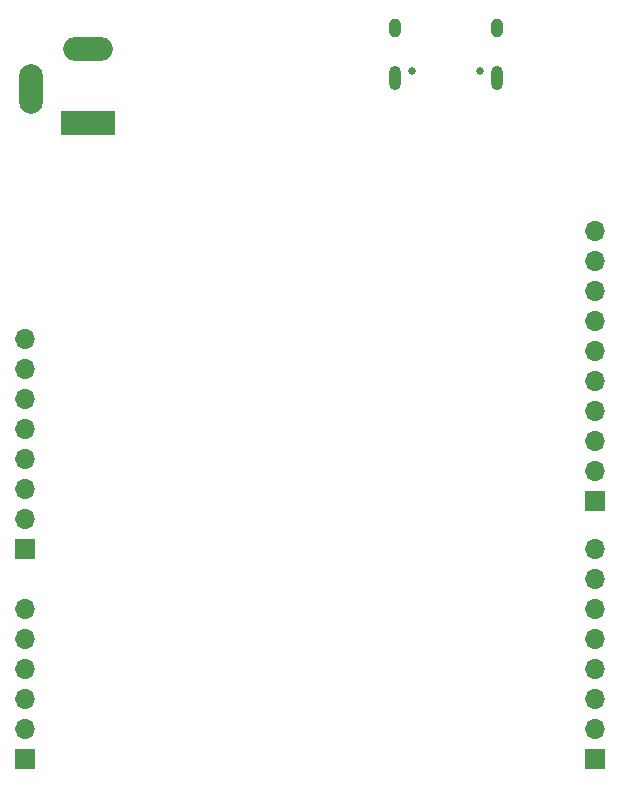
<source format=gbr>
%TF.GenerationSoftware,KiCad,Pcbnew,7.0.9*%
%TF.CreationDate,2024-03-12T23:32:05+08:00*%
%TF.ProjectId,picoduino,7069636f-6475-4696-9e6f-2e6b69636164,rev?*%
%TF.SameCoordinates,Original*%
%TF.FileFunction,Soldermask,Bot*%
%TF.FilePolarity,Negative*%
%FSLAX46Y46*%
G04 Gerber Fmt 4.6, Leading zero omitted, Abs format (unit mm)*
G04 Created by KiCad (PCBNEW 7.0.9) date 2024-03-12 23:32:05*
%MOMM*%
%LPD*%
G01*
G04 APERTURE LIST*
%ADD10C,0.650000*%
%ADD11O,1.000000X2.100000*%
%ADD12O,1.000000X1.600000*%
%ADD13R,1.700000X1.700000*%
%ADD14O,1.700000X1.700000*%
%ADD15R,4.600000X2.000000*%
%ADD16O,4.200000X2.000000*%
%ADD17O,2.000000X4.200000*%
G04 APERTURE END LIST*
D10*
%TO.C,J3*%
X168371000Y-75625000D03*
X162591000Y-75625000D03*
D11*
X169801000Y-76155000D03*
D12*
X169801000Y-71975000D03*
D11*
X161161000Y-76155000D03*
D12*
X161161000Y-71975000D03*
%TD*%
D13*
%TO.C,J7*%
X178054000Y-133858000D03*
D14*
X178054000Y-131318000D03*
X178054000Y-128778000D03*
X178054000Y-126238000D03*
X178054000Y-123698000D03*
X178054000Y-121158000D03*
X178054000Y-118618000D03*
X178054000Y-116078000D03*
%TD*%
D13*
%TO.C,J4*%
X129794000Y-116078000D03*
D14*
X129794000Y-113538000D03*
X129794000Y-110998000D03*
X129794000Y-108458000D03*
X129794000Y-105918000D03*
X129794000Y-103378000D03*
X129794000Y-100838000D03*
X129794000Y-98298000D03*
%TD*%
D13*
%TO.C,J8*%
X178054000Y-112014000D03*
D14*
X178054000Y-109474000D03*
X178054000Y-106934000D03*
X178054000Y-104394000D03*
X178054000Y-101854000D03*
X178054000Y-99314000D03*
X178054000Y-96774000D03*
X178054000Y-94234000D03*
X178054000Y-91694000D03*
X178054000Y-89154000D03*
%TD*%
D13*
%TO.C,J9*%
X129794000Y-133858000D03*
D14*
X129794000Y-131318000D03*
X129794000Y-128778000D03*
X129794000Y-126238000D03*
X129794000Y-123698000D03*
X129794000Y-121158000D03*
%TD*%
D15*
%TO.C,J5*%
X135128000Y-80000000D03*
D16*
X135128000Y-73700000D03*
D17*
X130328000Y-77100000D03*
%TD*%
M02*

</source>
